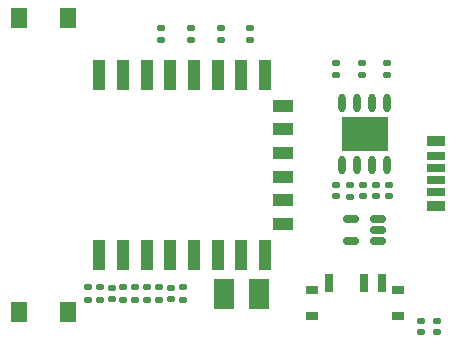
<source format=gbr>
%TF.GenerationSoftware,KiCad,Pcbnew,(6.0.0)*%
%TF.CreationDate,2022-02-08T22:33:11+08:00*%
%TF.ProjectId,screen,73637265-656e-42e6-9b69-6361645f7063,rev?*%
%TF.SameCoordinates,Original*%
%TF.FileFunction,Paste,Top*%
%TF.FilePolarity,Positive*%
%FSLAX46Y46*%
G04 Gerber Fmt 4.6, Leading zero omitted, Abs format (unit mm)*
G04 Created by KiCad (PCBNEW (6.0.0)) date 2022-02-08 22:33:11*
%MOMM*%
%LPD*%
G01*
G04 APERTURE LIST*
G04 Aperture macros list*
%AMRoundRect*
0 Rectangle with rounded corners*
0 $1 Rounding radius*
0 $2 $3 $4 $5 $6 $7 $8 $9 X,Y pos of 4 corners*
0 Add a 4 corners polygon primitive as box body*
4,1,4,$2,$3,$4,$5,$6,$7,$8,$9,$2,$3,0*
0 Add four circle primitives for the rounded corners*
1,1,$1+$1,$2,$3*
1,1,$1+$1,$4,$5*
1,1,$1+$1,$6,$7*
1,1,$1+$1,$8,$9*
0 Add four rect primitives between the rounded corners*
20,1,$1+$1,$2,$3,$4,$5,0*
20,1,$1+$1,$4,$5,$6,$7,0*
20,1,$1+$1,$6,$7,$8,$9,0*
20,1,$1+$1,$8,$9,$2,$3,0*%
G04 Aperture macros list end*
%ADD10R,1.550000X0.700000*%
%ADD11R,1.550000X0.800000*%
%ADD12R,1.550000X0.900000*%
%ADD13RoundRect,0.140000X0.170000X-0.140000X0.170000X0.140000X-0.170000X0.140000X-0.170000X-0.140000X0*%
%ADD14RoundRect,0.135000X0.185000X-0.135000X0.185000X0.135000X-0.185000X0.135000X-0.185000X-0.135000X0*%
%ADD15R,4.000000X2.900000*%
%ADD16O,0.600000X1.600000*%
%ADD17RoundRect,0.135000X-0.185000X0.135000X-0.185000X-0.135000X0.185000X-0.135000X0.185000X0.135000X0*%
%ADD18RoundRect,0.147500X0.172500X-0.147500X0.172500X0.147500X-0.172500X0.147500X-0.172500X-0.147500X0*%
%ADD19R,1.800000X2.600000*%
%ADD20R,1.000000X0.800000*%
%ADD21R,0.700000X1.500000*%
%ADD22R,1.350000X1.800000*%
%ADD23R,1.000000X2.500000*%
%ADD24R,1.800000X1.000000*%
%ADD25RoundRect,0.150000X0.512500X0.150000X-0.512500X0.150000X-0.512500X-0.150000X0.512500X-0.150000X0*%
%ADD26RoundRect,0.147500X-0.172500X0.147500X-0.172500X-0.147500X0.172500X-0.147500X0.172500X0.147500X0*%
G04 APERTURE END LIST*
D10*
%TO.C,J1*%
X134675000Y-51950000D03*
D11*
X134675000Y-49930000D03*
D12*
X134675000Y-48710000D03*
D10*
X134675000Y-50950000D03*
D11*
X134675000Y-52970000D03*
D12*
X134675000Y-54190000D03*
%TD*%
D13*
%TO.C,C7*%
X129600000Y-53360000D03*
X129600000Y-52400000D03*
%TD*%
D14*
%TO.C,R14*%
X128375000Y-43070000D03*
X128375000Y-42050000D03*
%TD*%
D15*
%TO.C,U2*%
X128620000Y-48080000D03*
D16*
X126715000Y-50680000D03*
X127985000Y-50680000D03*
X129255000Y-50680000D03*
X130525000Y-50680000D03*
X130525000Y-45480000D03*
X129255000Y-45480000D03*
X127985000Y-45480000D03*
X126715000Y-45480000D03*
%TD*%
D17*
%TO.C,R7*%
X106195000Y-61070000D03*
X106195000Y-62090000D03*
%TD*%
D18*
%TO.C,D2*%
X134770000Y-64865000D03*
X134770000Y-63895000D03*
%TD*%
D13*
%TO.C,C6*%
X130520000Y-43040000D03*
X130520000Y-42080000D03*
%TD*%
%TO.C,C2*%
X126220000Y-53360000D03*
X126220000Y-52400000D03*
%TD*%
D18*
%TO.C,D3*%
X133395000Y-64865000D03*
X133395000Y-63895000D03*
%TD*%
D13*
%TO.C,C5*%
X130720000Y-53360000D03*
X130720000Y-52400000D03*
%TD*%
D14*
%TO.C,R4*%
X111420000Y-40090000D03*
X111420000Y-39070000D03*
%TD*%
%TO.C,R9*%
X126220000Y-43070000D03*
X126220000Y-42050000D03*
%TD*%
%TO.C,R10*%
X111250000Y-62090000D03*
X111250000Y-61070000D03*
%TD*%
%TO.C,R2*%
X113920000Y-40090000D03*
X113920000Y-39070000D03*
%TD*%
D19*
%TO.C,C3*%
X119720000Y-61580000D03*
X116720000Y-61580000D03*
%TD*%
D14*
%TO.C,R5*%
X127350000Y-53390000D03*
X127350000Y-52370000D03*
%TD*%
D20*
%TO.C,SW3*%
X131470000Y-63510000D03*
X131470000Y-61300000D03*
X124170000Y-63510000D03*
X124170000Y-61300000D03*
D21*
X125570000Y-60650000D03*
X128570000Y-60650000D03*
X130070000Y-60650000D03*
%TD*%
D17*
%TO.C,R12*%
X110235000Y-61070000D03*
X110235000Y-62090000D03*
%TD*%
D22*
%TO.C,SW1*%
X103495000Y-38280000D03*
X99345000Y-38280000D03*
%TD*%
D23*
%TO.C,U1*%
X106170000Y-58280000D03*
X108170000Y-58280000D03*
X110170000Y-58280000D03*
X112170000Y-58280000D03*
X114170000Y-58280000D03*
X116170000Y-58280000D03*
X118170000Y-58280000D03*
X120170000Y-58280000D03*
D24*
X121670000Y-55680000D03*
X121670000Y-53680000D03*
X121670000Y-51680000D03*
X121670000Y-49680000D03*
X121670000Y-47680000D03*
X121670000Y-45680000D03*
D23*
X120170000Y-43080000D03*
X118170000Y-43080000D03*
X116170000Y-43080000D03*
X114170000Y-43080000D03*
X112170000Y-43080000D03*
X110170000Y-43080000D03*
X108170000Y-43080000D03*
X106170000Y-43080000D03*
%TD*%
D14*
%TO.C,R3*%
X116420000Y-40090000D03*
X116420000Y-39070000D03*
%TD*%
D17*
%TO.C,R13*%
X109220000Y-61070000D03*
X109220000Y-62090000D03*
%TD*%
D22*
%TO.C,SW2*%
X103495000Y-63180000D03*
X99345000Y-63180000D03*
%TD*%
D14*
%TO.C,R1*%
X118920000Y-40090000D03*
X118920000Y-39070000D03*
%TD*%
D25*
%TO.C,U3*%
X129757500Y-57130000D03*
X129757500Y-56180000D03*
X129757500Y-55230000D03*
X127482500Y-55230000D03*
X127482500Y-57130000D03*
%TD*%
D13*
%TO.C,C4*%
X128480000Y-53360000D03*
X128480000Y-52400000D03*
%TD*%
D17*
%TO.C,R6*%
X113280000Y-61070000D03*
X113280000Y-62090000D03*
%TD*%
D26*
%TO.C,D1*%
X112265000Y-61095000D03*
X112265000Y-62065000D03*
%TD*%
D13*
%TO.C,C1*%
X107200000Y-62080000D03*
X107200000Y-61120000D03*
%TD*%
D14*
%TO.C,R8*%
X108205000Y-62090000D03*
X108205000Y-61070000D03*
%TD*%
D17*
%TO.C,R11*%
X105180000Y-61070000D03*
X105180000Y-62090000D03*
%TD*%
M02*

</source>
